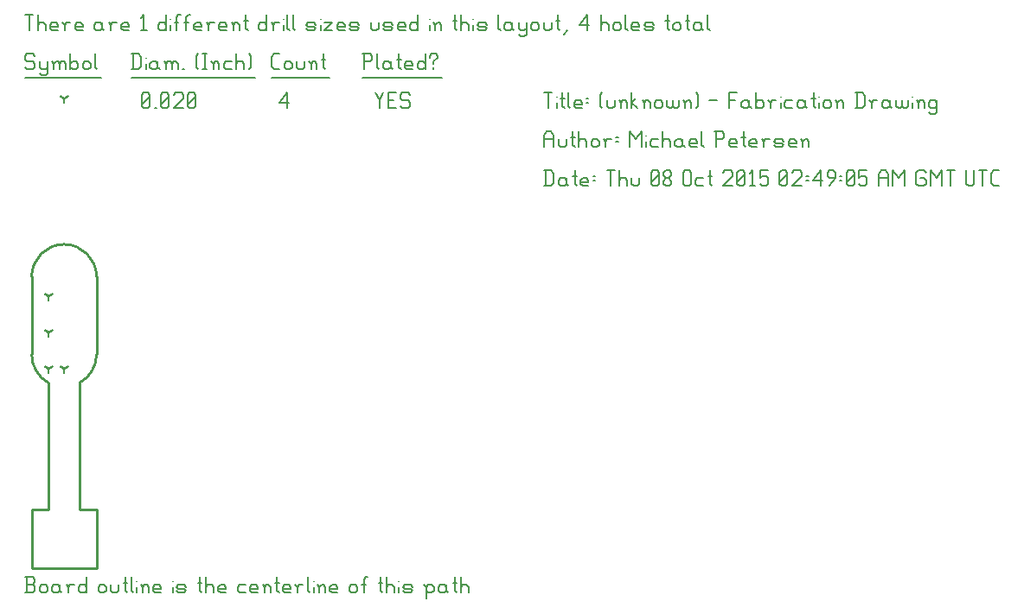
<source format=gbr>
G04 start of page 12 for group -3984 idx -3984 *
G04 Title: (unknown), fab *
G04 Creator: pcb 20110918 *
G04 CreationDate: Thu 08 Oct 2015 02:49:05 AM GMT UTC *
G04 For: railfan *
G04 Format: Gerber/RS-274X *
G04 PCB-Dimensions: 30000 125000 *
G04 PCB-Coordinate-Origin: lower left *
%MOIN*%
%FSLAX25Y25*%
%LNFAB*%
%ADD39C,0.0100*%
%ADD38C,0.0075*%
%ADD37C,0.0060*%
%ADD36C,0.0001*%
%ADD35R,0.0080X0.0080*%
G54D35*X9000Y77000D02*Y75400D01*
G54D36*G36*
X8454Y77147D02*X10533Y78346D01*
X10933Y77653D01*
X8853Y76454D01*
X8454Y77147D01*
G37*
G36*
X9147Y76454D02*X7067Y77653D01*
X7467Y78346D01*
X9546Y77147D01*
X9147Y76454D01*
G37*
G54D35*X9000Y91000D02*Y89400D01*
G54D36*G36*
X8454Y91147D02*X10533Y92346D01*
X10933Y91653D01*
X8853Y90454D01*
X8454Y91147D01*
G37*
G36*
X9147Y90454D02*X7067Y91653D01*
X7467Y92346D01*
X9546Y91147D01*
X9147Y90454D01*
G37*
G54D35*X9000Y105000D02*Y103400D01*
G54D36*G36*
X8454Y105147D02*X10533Y106346D01*
X10933Y105653D01*
X8853Y104454D01*
X8454Y105147D01*
G37*
G36*
X9147Y104454D02*X7067Y105653D01*
X7467Y106346D01*
X9546Y105147D01*
X9147Y104454D01*
G37*
G54D35*X15000Y77000D02*Y75400D01*
G54D36*G36*
X14454Y77147D02*X16533Y78346D01*
X16933Y77653D01*
X14853Y76454D01*
X14454Y77147D01*
G37*
G36*
X15147Y76454D02*X13067Y77653D01*
X13467Y78346D01*
X15546Y77147D01*
X15147Y76454D01*
G37*
G54D35*X15000Y181250D02*Y179650D01*
G54D36*G36*
X14454Y181397D02*X16533Y182596D01*
X16933Y181903D01*
X14853Y180704D01*
X14454Y181397D01*
G37*
G36*
X15147Y180704D02*X13067Y181903D01*
X13467Y182596D01*
X15546Y181397D01*
X15147Y180704D01*
G37*
G54D37*X135000Y183500D02*X136500Y180500D01*
X138000Y183500D01*
X136500Y180500D02*Y177500D01*
X139800Y180800D02*X142050D01*
X139800Y177500D02*X142800D01*
X139800Y183500D02*Y177500D01*
Y183500D02*X142800D01*
X147600D02*X148350Y182750D01*
X145350Y183500D02*X147600D01*
X144600Y182750D02*X145350Y183500D01*
X144600Y182750D02*Y181250D01*
X145350Y180500D01*
X147600D01*
X148350Y179750D01*
Y178250D01*
X147600Y177500D02*X148350Y178250D01*
X145350Y177500D02*X147600D01*
X144600Y178250D02*X145350Y177500D01*
X98000Y179750D02*X101000Y183500D01*
X98000Y179750D02*X101750D01*
X101000Y183500D02*Y177500D01*
X45000Y178250D02*X45750Y177500D01*
X45000Y182750D02*Y178250D01*
Y182750D02*X45750Y183500D01*
X47250D01*
X48000Y182750D01*
Y178250D01*
X47250Y177500D02*X48000Y178250D01*
X45750Y177500D02*X47250D01*
X45000Y179000D02*X48000Y182000D01*
X49800Y177500D02*X50550D01*
X52350Y178250D02*X53100Y177500D01*
X52350Y182750D02*Y178250D01*
Y182750D02*X53100Y183500D01*
X54600D01*
X55350Y182750D01*
Y178250D01*
X54600Y177500D02*X55350Y178250D01*
X53100Y177500D02*X54600D01*
X52350Y179000D02*X55350Y182000D01*
X57150Y182750D02*X57900Y183500D01*
X60150D01*
X60900Y182750D01*
Y181250D01*
X57150Y177500D02*X60900Y181250D01*
X57150Y177500D02*X60900D01*
X62700Y178250D02*X63450Y177500D01*
X62700Y182750D02*Y178250D01*
Y182750D02*X63450Y183500D01*
X64950D01*
X65700Y182750D01*
Y178250D01*
X64950Y177500D02*X65700Y178250D01*
X63450Y177500D02*X64950D01*
X62700Y179000D02*X65700Y182000D01*
X3000Y198500D02*X3750Y197750D01*
X750Y198500D02*X3000D01*
X0Y197750D02*X750Y198500D01*
X0Y197750D02*Y196250D01*
X750Y195500D01*
X3000D01*
X3750Y194750D01*
Y193250D01*
X3000Y192500D02*X3750Y193250D01*
X750Y192500D02*X3000D01*
X0Y193250D02*X750Y192500D01*
X5550Y195500D02*Y193250D01*
X6300Y192500D01*
X8550Y195500D02*Y191000D01*
X7800Y190250D02*X8550Y191000D01*
X6300Y190250D02*X7800D01*
X5550Y191000D02*X6300Y190250D01*
Y192500D02*X7800D01*
X8550Y193250D01*
X11100Y194750D02*Y192500D01*
Y194750D02*X11850Y195500D01*
X12600D01*
X13350Y194750D01*
Y192500D01*
Y194750D02*X14100Y195500D01*
X14850D01*
X15600Y194750D01*
Y192500D01*
X10350Y195500D02*X11100Y194750D01*
X17400Y198500D02*Y192500D01*
Y193250D02*X18150Y192500D01*
X19650D01*
X20400Y193250D01*
Y194750D02*Y193250D01*
X19650Y195500D02*X20400Y194750D01*
X18150Y195500D02*X19650D01*
X17400Y194750D02*X18150Y195500D01*
X22200Y194750D02*Y193250D01*
Y194750D02*X22950Y195500D01*
X24450D01*
X25200Y194750D01*
Y193250D01*
X24450Y192500D02*X25200Y193250D01*
X22950Y192500D02*X24450D01*
X22200Y193250D02*X22950Y192500D01*
X27000Y198500D02*Y193250D01*
X27750Y192500D01*
X0Y189250D02*X29250D01*
X41750Y198500D02*Y192500D01*
X43700Y198500D02*X44750Y197450D01*
Y193550D01*
X43700Y192500D02*X44750Y193550D01*
X41000Y192500D02*X43700D01*
X41000Y198500D02*X43700D01*
G54D38*X46550Y197000D02*Y196850D01*
G54D37*Y194750D02*Y192500D01*
X50300Y195500D02*X51050Y194750D01*
X48800Y195500D02*X50300D01*
X48050Y194750D02*X48800Y195500D01*
X48050Y194750D02*Y193250D01*
X48800Y192500D01*
X51050Y195500D02*Y193250D01*
X51800Y192500D01*
X48800D02*X50300D01*
X51050Y193250D01*
X54350Y194750D02*Y192500D01*
Y194750D02*X55100Y195500D01*
X55850D01*
X56600Y194750D01*
Y192500D01*
Y194750D02*X57350Y195500D01*
X58100D01*
X58850Y194750D01*
Y192500D01*
X53600Y195500D02*X54350Y194750D01*
X60650Y192500D02*X61400D01*
X65900Y193250D02*X66650Y192500D01*
X65900Y197750D02*X66650Y198500D01*
X65900Y197750D02*Y193250D01*
X68450Y198500D02*X69950D01*
X69200D02*Y192500D01*
X68450D02*X69950D01*
X72500Y194750D02*Y192500D01*
Y194750D02*X73250Y195500D01*
X74000D01*
X74750Y194750D01*
Y192500D01*
X71750Y195500D02*X72500Y194750D01*
X77300Y195500D02*X79550D01*
X76550Y194750D02*X77300Y195500D01*
X76550Y194750D02*Y193250D01*
X77300Y192500D01*
X79550D01*
X81350Y198500D02*Y192500D01*
Y194750D02*X82100Y195500D01*
X83600D01*
X84350Y194750D01*
Y192500D01*
X86150Y198500D02*X86900Y197750D01*
Y193250D01*
X86150Y192500D02*X86900Y193250D01*
X41000Y189250D02*X88700D01*
X96050Y192500D02*X98000D01*
X95000Y193550D02*X96050Y192500D01*
X95000Y197450D02*Y193550D01*
Y197450D02*X96050Y198500D01*
X98000D01*
X99800Y194750D02*Y193250D01*
Y194750D02*X100550Y195500D01*
X102050D01*
X102800Y194750D01*
Y193250D01*
X102050Y192500D02*X102800Y193250D01*
X100550Y192500D02*X102050D01*
X99800Y193250D02*X100550Y192500D01*
X104600Y195500D02*Y193250D01*
X105350Y192500D01*
X106850D01*
X107600Y193250D01*
Y195500D02*Y193250D01*
X110150Y194750D02*Y192500D01*
Y194750D02*X110900Y195500D01*
X111650D01*
X112400Y194750D01*
Y192500D01*
X109400Y195500D02*X110150Y194750D01*
X114950Y198500D02*Y193250D01*
X115700Y192500D01*
X114200Y196250D02*X115700D01*
X95000Y189250D02*X117200D01*
X130750Y198500D02*Y192500D01*
X130000Y198500D02*X133000D01*
X133750Y197750D01*
Y196250D01*
X133000Y195500D02*X133750Y196250D01*
X130750Y195500D02*X133000D01*
X135550Y198500D02*Y193250D01*
X136300Y192500D01*
X140050Y195500D02*X140800Y194750D01*
X138550Y195500D02*X140050D01*
X137800Y194750D02*X138550Y195500D01*
X137800Y194750D02*Y193250D01*
X138550Y192500D01*
X140800Y195500D02*Y193250D01*
X141550Y192500D01*
X138550D02*X140050D01*
X140800Y193250D01*
X144100Y198500D02*Y193250D01*
X144850Y192500D01*
X143350Y196250D02*X144850D01*
X147100Y192500D02*X149350D01*
X146350Y193250D02*X147100Y192500D01*
X146350Y194750D02*Y193250D01*
Y194750D02*X147100Y195500D01*
X148600D01*
X149350Y194750D01*
X146350Y194000D02*X149350D01*
Y194750D02*Y194000D01*
X154150Y198500D02*Y192500D01*
X153400D02*X154150Y193250D01*
X151900Y192500D02*X153400D01*
X151150Y193250D02*X151900Y192500D01*
X151150Y194750D02*Y193250D01*
Y194750D02*X151900Y195500D01*
X153400D01*
X154150Y194750D01*
X157450Y195500D02*Y194750D01*
Y193250D02*Y192500D01*
X155950Y197750D02*Y197000D01*
Y197750D02*X156700Y198500D01*
X158200D01*
X158950Y197750D01*
Y197000D01*
X157450Y195500D02*X158950Y197000D01*
X130000Y189250D02*X160750D01*
X0Y213500D02*X3000D01*
X1500D02*Y207500D01*
X4800Y213500D02*Y207500D01*
Y209750D02*X5550Y210500D01*
X7050D01*
X7800Y209750D01*
Y207500D01*
X10350D02*X12600D01*
X9600Y208250D02*X10350Y207500D01*
X9600Y209750D02*Y208250D01*
Y209750D02*X10350Y210500D01*
X11850D01*
X12600Y209750D01*
X9600Y209000D02*X12600D01*
Y209750D02*Y209000D01*
X15150Y209750D02*Y207500D01*
Y209750D02*X15900Y210500D01*
X17400D01*
X14400D02*X15150Y209750D01*
X19950Y207500D02*X22200D01*
X19200Y208250D02*X19950Y207500D01*
X19200Y209750D02*Y208250D01*
Y209750D02*X19950Y210500D01*
X21450D01*
X22200Y209750D01*
X19200Y209000D02*X22200D01*
Y209750D02*Y209000D01*
X28950Y210500D02*X29700Y209750D01*
X27450Y210500D02*X28950D01*
X26700Y209750D02*X27450Y210500D01*
X26700Y209750D02*Y208250D01*
X27450Y207500D01*
X29700Y210500D02*Y208250D01*
X30450Y207500D01*
X27450D02*X28950D01*
X29700Y208250D01*
X33000Y209750D02*Y207500D01*
Y209750D02*X33750Y210500D01*
X35250D01*
X32250D02*X33000Y209750D01*
X37800Y207500D02*X40050D01*
X37050Y208250D02*X37800Y207500D01*
X37050Y209750D02*Y208250D01*
Y209750D02*X37800Y210500D01*
X39300D01*
X40050Y209750D01*
X37050Y209000D02*X40050D01*
Y209750D02*Y209000D01*
X44550Y212300D02*X45750Y213500D01*
Y207500D01*
X44550D02*X46800D01*
X54300Y213500D02*Y207500D01*
X53550D02*X54300Y208250D01*
X52050Y207500D02*X53550D01*
X51300Y208250D02*X52050Y207500D01*
X51300Y209750D02*Y208250D01*
Y209750D02*X52050Y210500D01*
X53550D01*
X54300Y209750D01*
G54D38*X56100Y212000D02*Y211850D01*
G54D37*Y209750D02*Y207500D01*
X58350Y212750D02*Y207500D01*
Y212750D02*X59100Y213500D01*
X59850D01*
X57600Y210500D02*X59100D01*
X62100Y212750D02*Y207500D01*
Y212750D02*X62850Y213500D01*
X63600D01*
X61350Y210500D02*X62850D01*
X65850Y207500D02*X68100D01*
X65100Y208250D02*X65850Y207500D01*
X65100Y209750D02*Y208250D01*
Y209750D02*X65850Y210500D01*
X67350D01*
X68100Y209750D01*
X65100Y209000D02*X68100D01*
Y209750D02*Y209000D01*
X70650Y209750D02*Y207500D01*
Y209750D02*X71400Y210500D01*
X72900D01*
X69900D02*X70650Y209750D01*
X75450Y207500D02*X77700D01*
X74700Y208250D02*X75450Y207500D01*
X74700Y209750D02*Y208250D01*
Y209750D02*X75450Y210500D01*
X76950D01*
X77700Y209750D01*
X74700Y209000D02*X77700D01*
Y209750D02*Y209000D01*
X80250Y209750D02*Y207500D01*
Y209750D02*X81000Y210500D01*
X81750D01*
X82500Y209750D01*
Y207500D01*
X79500Y210500D02*X80250Y209750D01*
X85050Y213500D02*Y208250D01*
X85800Y207500D01*
X84300Y211250D02*X85800D01*
X93000Y213500D02*Y207500D01*
X92250D02*X93000Y208250D01*
X90750Y207500D02*X92250D01*
X90000Y208250D02*X90750Y207500D01*
X90000Y209750D02*Y208250D01*
Y209750D02*X90750Y210500D01*
X92250D01*
X93000Y209750D01*
X95550D02*Y207500D01*
Y209750D02*X96300Y210500D01*
X97800D01*
X94800D02*X95550Y209750D01*
G54D38*X99600Y212000D02*Y211850D01*
G54D37*Y209750D02*Y207500D01*
X101100Y213500D02*Y208250D01*
X101850Y207500D01*
X103350Y213500D02*Y208250D01*
X104100Y207500D01*
X109050D02*X111300D01*
X112050Y208250D01*
X111300Y209000D02*X112050Y208250D01*
X109050Y209000D02*X111300D01*
X108300Y209750D02*X109050Y209000D01*
X108300Y209750D02*X109050Y210500D01*
X111300D01*
X112050Y209750D01*
X108300Y208250D02*X109050Y207500D01*
G54D38*X113850Y212000D02*Y211850D01*
G54D37*Y209750D02*Y207500D01*
X115350Y210500D02*X118350D01*
X115350Y207500D02*X118350Y210500D01*
X115350Y207500D02*X118350D01*
X120900D02*X123150D01*
X120150Y208250D02*X120900Y207500D01*
X120150Y209750D02*Y208250D01*
Y209750D02*X120900Y210500D01*
X122400D01*
X123150Y209750D01*
X120150Y209000D02*X123150D01*
Y209750D02*Y209000D01*
X125700Y207500D02*X127950D01*
X128700Y208250D01*
X127950Y209000D02*X128700Y208250D01*
X125700Y209000D02*X127950D01*
X124950Y209750D02*X125700Y209000D01*
X124950Y209750D02*X125700Y210500D01*
X127950D01*
X128700Y209750D01*
X124950Y208250D02*X125700Y207500D01*
X133200Y210500D02*Y208250D01*
X133950Y207500D01*
X135450D01*
X136200Y208250D01*
Y210500D02*Y208250D01*
X138750Y207500D02*X141000D01*
X141750Y208250D01*
X141000Y209000D02*X141750Y208250D01*
X138750Y209000D02*X141000D01*
X138000Y209750D02*X138750Y209000D01*
X138000Y209750D02*X138750Y210500D01*
X141000D01*
X141750Y209750D01*
X138000Y208250D02*X138750Y207500D01*
X144300D02*X146550D01*
X143550Y208250D02*X144300Y207500D01*
X143550Y209750D02*Y208250D01*
Y209750D02*X144300Y210500D01*
X145800D01*
X146550Y209750D01*
X143550Y209000D02*X146550D01*
Y209750D02*Y209000D01*
X151350Y213500D02*Y207500D01*
X150600D02*X151350Y208250D01*
X149100Y207500D02*X150600D01*
X148350Y208250D02*X149100Y207500D01*
X148350Y209750D02*Y208250D01*
Y209750D02*X149100Y210500D01*
X150600D01*
X151350Y209750D01*
G54D38*X155850Y212000D02*Y211850D01*
G54D37*Y209750D02*Y207500D01*
X158100Y209750D02*Y207500D01*
Y209750D02*X158850Y210500D01*
X159600D01*
X160350Y209750D01*
Y207500D01*
X157350Y210500D02*X158100Y209750D01*
X165600Y213500D02*Y208250D01*
X166350Y207500D01*
X164850Y211250D02*X166350D01*
X167850Y213500D02*Y207500D01*
Y209750D02*X168600Y210500D01*
X170100D01*
X170850Y209750D01*
Y207500D01*
G54D38*X172650Y212000D02*Y211850D01*
G54D37*Y209750D02*Y207500D01*
X174900D02*X177150D01*
X177900Y208250D01*
X177150Y209000D02*X177900Y208250D01*
X174900Y209000D02*X177150D01*
X174150Y209750D02*X174900Y209000D01*
X174150Y209750D02*X174900Y210500D01*
X177150D01*
X177900Y209750D01*
X174150Y208250D02*X174900Y207500D01*
X182400Y213500D02*Y208250D01*
X183150Y207500D01*
X186900Y210500D02*X187650Y209750D01*
X185400Y210500D02*X186900D01*
X184650Y209750D02*X185400Y210500D01*
X184650Y209750D02*Y208250D01*
X185400Y207500D01*
X187650Y210500D02*Y208250D01*
X188400Y207500D01*
X185400D02*X186900D01*
X187650Y208250D01*
X190200Y210500D02*Y208250D01*
X190950Y207500D01*
X193200Y210500D02*Y206000D01*
X192450Y205250D02*X193200Y206000D01*
X190950Y205250D02*X192450D01*
X190200Y206000D02*X190950Y205250D01*
Y207500D02*X192450D01*
X193200Y208250D01*
X195000Y209750D02*Y208250D01*
Y209750D02*X195750Y210500D01*
X197250D01*
X198000Y209750D01*
Y208250D01*
X197250Y207500D02*X198000Y208250D01*
X195750Y207500D02*X197250D01*
X195000Y208250D02*X195750Y207500D01*
X199800Y210500D02*Y208250D01*
X200550Y207500D01*
X202050D01*
X202800Y208250D01*
Y210500D02*Y208250D01*
X205350Y213500D02*Y208250D01*
X206100Y207500D01*
X204600Y211250D02*X206100D01*
X207600Y206000D02*X209100Y207500D01*
X213600Y209750D02*X216600Y213500D01*
X213600Y209750D02*X217350D01*
X216600Y213500D02*Y207500D01*
X221850Y213500D02*Y207500D01*
Y209750D02*X222600Y210500D01*
X224100D01*
X224850Y209750D01*
Y207500D01*
X226650Y209750D02*Y208250D01*
Y209750D02*X227400Y210500D01*
X228900D01*
X229650Y209750D01*
Y208250D01*
X228900Y207500D02*X229650Y208250D01*
X227400Y207500D02*X228900D01*
X226650Y208250D02*X227400Y207500D01*
X231450Y213500D02*Y208250D01*
X232200Y207500D01*
X234450D02*X236700D01*
X233700Y208250D02*X234450Y207500D01*
X233700Y209750D02*Y208250D01*
Y209750D02*X234450Y210500D01*
X235950D01*
X236700Y209750D01*
X233700Y209000D02*X236700D01*
Y209750D02*Y209000D01*
X239250Y207500D02*X241500D01*
X242250Y208250D01*
X241500Y209000D02*X242250Y208250D01*
X239250Y209000D02*X241500D01*
X238500Y209750D02*X239250Y209000D01*
X238500Y209750D02*X239250Y210500D01*
X241500D01*
X242250Y209750D01*
X238500Y208250D02*X239250Y207500D01*
X247500Y213500D02*Y208250D01*
X248250Y207500D01*
X246750Y211250D02*X248250D01*
X249750Y209750D02*Y208250D01*
Y209750D02*X250500Y210500D01*
X252000D01*
X252750Y209750D01*
Y208250D01*
X252000Y207500D02*X252750Y208250D01*
X250500Y207500D02*X252000D01*
X249750Y208250D02*X250500Y207500D01*
X255300Y213500D02*Y208250D01*
X256050Y207500D01*
X254550Y211250D02*X256050D01*
X259800Y210500D02*X260550Y209750D01*
X258300Y210500D02*X259800D01*
X257550Y209750D02*X258300Y210500D01*
X257550Y209750D02*Y208250D01*
X258300Y207500D01*
X260550Y210500D02*Y208250D01*
X261300Y207500D01*
X258300D02*X259800D01*
X260550Y208250D01*
X263100Y213500D02*Y208250D01*
X263850Y207500D01*
G54D39*X2500Y0D02*X27500D01*
Y22500D01*
X2500Y0D02*Y22500D01*
X21000Y71500D02*Y22500D01*
X9000Y71500D02*Y22500D01*
X27500D02*X21000D01*
X2500D02*X9000D01*
X27500Y82500D02*Y112500D01*
X2500D02*Y82500D01*
X15000Y125000D02*G75*G02X27500Y112500I0J-12500D01*G01*
X15000Y125000D02*G75*G03X2500Y112500I0J-12500D01*G01*
X27500Y82500D02*G75*G02X21060Y71567I-12500J0D01*G01*
X2500Y82500D02*G75*G03X8940Y71567I12500J0D01*G01*
G54D37*X0Y-9500D02*X3000D01*
X3750Y-8750D01*
Y-6950D02*Y-8750D01*
X3000Y-6200D02*X3750Y-6950D01*
X750Y-6200D02*X3000D01*
X750Y-3500D02*Y-9500D01*
X0Y-3500D02*X3000D01*
X3750Y-4250D01*
Y-5450D01*
X3000Y-6200D02*X3750Y-5450D01*
X5550Y-7250D02*Y-8750D01*
Y-7250D02*X6300Y-6500D01*
X7800D01*
X8550Y-7250D01*
Y-8750D01*
X7800Y-9500D02*X8550Y-8750D01*
X6300Y-9500D02*X7800D01*
X5550Y-8750D02*X6300Y-9500D01*
X12600Y-6500D02*X13350Y-7250D01*
X11100Y-6500D02*X12600D01*
X10350Y-7250D02*X11100Y-6500D01*
X10350Y-7250D02*Y-8750D01*
X11100Y-9500D01*
X13350Y-6500D02*Y-8750D01*
X14100Y-9500D01*
X11100D02*X12600D01*
X13350Y-8750D01*
X16650Y-7250D02*Y-9500D01*
Y-7250D02*X17400Y-6500D01*
X18900D01*
X15900D02*X16650Y-7250D01*
X23700Y-3500D02*Y-9500D01*
X22950D02*X23700Y-8750D01*
X21450Y-9500D02*X22950D01*
X20700Y-8750D02*X21450Y-9500D01*
X20700Y-7250D02*Y-8750D01*
Y-7250D02*X21450Y-6500D01*
X22950D01*
X23700Y-7250D01*
X28200D02*Y-8750D01*
Y-7250D02*X28950Y-6500D01*
X30450D01*
X31200Y-7250D01*
Y-8750D01*
X30450Y-9500D02*X31200Y-8750D01*
X28950Y-9500D02*X30450D01*
X28200Y-8750D02*X28950Y-9500D01*
X33000Y-6500D02*Y-8750D01*
X33750Y-9500D01*
X35250D01*
X36000Y-8750D01*
Y-6500D02*Y-8750D01*
X38550Y-3500D02*Y-8750D01*
X39300Y-9500D01*
X37800Y-5750D02*X39300D01*
X40800Y-3500D02*Y-8750D01*
X41550Y-9500D01*
G54D38*X43050Y-5000D02*Y-5150D01*
G54D37*Y-7250D02*Y-9500D01*
X45300Y-7250D02*Y-9500D01*
Y-7250D02*X46050Y-6500D01*
X46800D01*
X47550Y-7250D01*
Y-9500D01*
X44550Y-6500D02*X45300Y-7250D01*
X50100Y-9500D02*X52350D01*
X49350Y-8750D02*X50100Y-9500D01*
X49350Y-7250D02*Y-8750D01*
Y-7250D02*X50100Y-6500D01*
X51600D01*
X52350Y-7250D01*
X49350Y-8000D02*X52350D01*
Y-7250D02*Y-8000D01*
G54D38*X56850Y-5000D02*Y-5150D01*
G54D37*Y-7250D02*Y-9500D01*
X59100D02*X61350D01*
X62100Y-8750D01*
X61350Y-8000D02*X62100Y-8750D01*
X59100Y-8000D02*X61350D01*
X58350Y-7250D02*X59100Y-8000D01*
X58350Y-7250D02*X59100Y-6500D01*
X61350D01*
X62100Y-7250D01*
X58350Y-8750D02*X59100Y-9500D01*
X67350Y-3500D02*Y-8750D01*
X68100Y-9500D01*
X66600Y-5750D02*X68100D01*
X69600Y-3500D02*Y-9500D01*
Y-7250D02*X70350Y-6500D01*
X71850D01*
X72600Y-7250D01*
Y-9500D01*
X75150D02*X77400D01*
X74400Y-8750D02*X75150Y-9500D01*
X74400Y-7250D02*Y-8750D01*
Y-7250D02*X75150Y-6500D01*
X76650D01*
X77400Y-7250D01*
X74400Y-8000D02*X77400D01*
Y-7250D02*Y-8000D01*
X82650Y-6500D02*X84900D01*
X81900Y-7250D02*X82650Y-6500D01*
X81900Y-7250D02*Y-8750D01*
X82650Y-9500D01*
X84900D01*
X87450D02*X89700D01*
X86700Y-8750D02*X87450Y-9500D01*
X86700Y-7250D02*Y-8750D01*
Y-7250D02*X87450Y-6500D01*
X88950D01*
X89700Y-7250D01*
X86700Y-8000D02*X89700D01*
Y-7250D02*Y-8000D01*
X92250Y-7250D02*Y-9500D01*
Y-7250D02*X93000Y-6500D01*
X93750D01*
X94500Y-7250D01*
Y-9500D01*
X91500Y-6500D02*X92250Y-7250D01*
X97050Y-3500D02*Y-8750D01*
X97800Y-9500D01*
X96300Y-5750D02*X97800D01*
X100050Y-9500D02*X102300D01*
X99300Y-8750D02*X100050Y-9500D01*
X99300Y-7250D02*Y-8750D01*
Y-7250D02*X100050Y-6500D01*
X101550D01*
X102300Y-7250D01*
X99300Y-8000D02*X102300D01*
Y-7250D02*Y-8000D01*
X104850Y-7250D02*Y-9500D01*
Y-7250D02*X105600Y-6500D01*
X107100D01*
X104100D02*X104850Y-7250D01*
X108900Y-3500D02*Y-8750D01*
X109650Y-9500D01*
G54D38*X111150Y-5000D02*Y-5150D01*
G54D37*Y-7250D02*Y-9500D01*
X113400Y-7250D02*Y-9500D01*
Y-7250D02*X114150Y-6500D01*
X114900D01*
X115650Y-7250D01*
Y-9500D01*
X112650Y-6500D02*X113400Y-7250D01*
X118200Y-9500D02*X120450D01*
X117450Y-8750D02*X118200Y-9500D01*
X117450Y-7250D02*Y-8750D01*
Y-7250D02*X118200Y-6500D01*
X119700D01*
X120450Y-7250D01*
X117450Y-8000D02*X120450D01*
Y-7250D02*Y-8000D01*
X124950Y-7250D02*Y-8750D01*
Y-7250D02*X125700Y-6500D01*
X127200D01*
X127950Y-7250D01*
Y-8750D01*
X127200Y-9500D02*X127950Y-8750D01*
X125700Y-9500D02*X127200D01*
X124950Y-8750D02*X125700Y-9500D01*
X130500Y-4250D02*Y-9500D01*
Y-4250D02*X131250Y-3500D01*
X132000D01*
X129750Y-6500D02*X131250D01*
X136950Y-3500D02*Y-8750D01*
X137700Y-9500D01*
X136200Y-5750D02*X137700D01*
X139200Y-3500D02*Y-9500D01*
Y-7250D02*X139950Y-6500D01*
X141450D01*
X142200Y-7250D01*
Y-9500D01*
G54D38*X144000Y-5000D02*Y-5150D01*
G54D37*Y-7250D02*Y-9500D01*
X146250D02*X148500D01*
X149250Y-8750D01*
X148500Y-8000D02*X149250Y-8750D01*
X146250Y-8000D02*X148500D01*
X145500Y-7250D02*X146250Y-8000D01*
X145500Y-7250D02*X146250Y-6500D01*
X148500D01*
X149250Y-7250D01*
X145500Y-8750D02*X146250Y-9500D01*
X154500Y-7250D02*Y-11750D01*
X153750Y-6500D02*X154500Y-7250D01*
X155250Y-6500D01*
X156750D01*
X157500Y-7250D01*
Y-8750D01*
X156750Y-9500D02*X157500Y-8750D01*
X155250Y-9500D02*X156750D01*
X154500Y-8750D02*X155250Y-9500D01*
X161550Y-6500D02*X162300Y-7250D01*
X160050Y-6500D02*X161550D01*
X159300Y-7250D02*X160050Y-6500D01*
X159300Y-7250D02*Y-8750D01*
X160050Y-9500D01*
X162300Y-6500D02*Y-8750D01*
X163050Y-9500D01*
X160050D02*X161550D01*
X162300Y-8750D01*
X165600Y-3500D02*Y-8750D01*
X166350Y-9500D01*
X164850Y-5750D02*X166350D01*
X167850Y-3500D02*Y-9500D01*
Y-7250D02*X168600Y-6500D01*
X170100D01*
X170850Y-7250D01*
Y-9500D01*
X200750Y153500D02*Y147500D01*
X202700Y153500D02*X203750Y152450D01*
Y148550D01*
X202700Y147500D02*X203750Y148550D01*
X200000Y147500D02*X202700D01*
X200000Y153500D02*X202700D01*
X207800Y150500D02*X208550Y149750D01*
X206300Y150500D02*X207800D01*
X205550Y149750D02*X206300Y150500D01*
X205550Y149750D02*Y148250D01*
X206300Y147500D01*
X208550Y150500D02*Y148250D01*
X209300Y147500D01*
X206300D02*X207800D01*
X208550Y148250D01*
X211850Y153500D02*Y148250D01*
X212600Y147500D01*
X211100Y151250D02*X212600D01*
X214850Y147500D02*X217100D01*
X214100Y148250D02*X214850Y147500D01*
X214100Y149750D02*Y148250D01*
Y149750D02*X214850Y150500D01*
X216350D01*
X217100Y149750D01*
X214100Y149000D02*X217100D01*
Y149750D02*Y149000D01*
X218900Y151250D02*X219650D01*
X218900Y149750D02*X219650D01*
X224150Y153500D02*X227150D01*
X225650D02*Y147500D01*
X228950Y153500D02*Y147500D01*
Y149750D02*X229700Y150500D01*
X231200D01*
X231950Y149750D01*
Y147500D01*
X233750Y150500D02*Y148250D01*
X234500Y147500D01*
X236000D01*
X236750Y148250D01*
Y150500D02*Y148250D01*
X241250D02*X242000Y147500D01*
X241250Y152750D02*Y148250D01*
Y152750D02*X242000Y153500D01*
X243500D01*
X244250Y152750D01*
Y148250D01*
X243500Y147500D02*X244250Y148250D01*
X242000Y147500D02*X243500D01*
X241250Y149000D02*X244250Y152000D01*
X246050Y148250D02*X246800Y147500D01*
X246050Y149450D02*Y148250D01*
Y149450D02*X247100Y150500D01*
X248000D01*
X249050Y149450D01*
Y148250D01*
X248300Y147500D02*X249050Y148250D01*
X246800Y147500D02*X248300D01*
X246050Y151550D02*X247100Y150500D01*
X246050Y152750D02*Y151550D01*
Y152750D02*X246800Y153500D01*
X248300D01*
X249050Y152750D01*
Y151550D01*
X248000Y150500D02*X249050Y151550D01*
X253550Y152750D02*Y148250D01*
Y152750D02*X254300Y153500D01*
X255800D01*
X256550Y152750D01*
Y148250D01*
X255800Y147500D02*X256550Y148250D01*
X254300Y147500D02*X255800D01*
X253550Y148250D02*X254300Y147500D01*
X259100Y150500D02*X261350D01*
X258350Y149750D02*X259100Y150500D01*
X258350Y149750D02*Y148250D01*
X259100Y147500D01*
X261350D01*
X263900Y153500D02*Y148250D01*
X264650Y147500D01*
X263150Y151250D02*X264650D01*
X268850Y152750D02*X269600Y153500D01*
X271850D01*
X272600Y152750D01*
Y151250D01*
X268850Y147500D02*X272600Y151250D01*
X268850Y147500D02*X272600D01*
X274400Y148250D02*X275150Y147500D01*
X274400Y152750D02*Y148250D01*
Y152750D02*X275150Y153500D01*
X276650D01*
X277400Y152750D01*
Y148250D01*
X276650Y147500D02*X277400Y148250D01*
X275150Y147500D02*X276650D01*
X274400Y149000D02*X277400Y152000D01*
X279200Y152300D02*X280400Y153500D01*
Y147500D01*
X279200D02*X281450D01*
X283250Y153500D02*X286250D01*
X283250D02*Y150500D01*
X284000Y151250D01*
X285500D01*
X286250Y150500D01*
Y148250D01*
X285500Y147500D02*X286250Y148250D01*
X284000Y147500D02*X285500D01*
X283250Y148250D02*X284000Y147500D01*
X290750Y148250D02*X291500Y147500D01*
X290750Y152750D02*Y148250D01*
Y152750D02*X291500Y153500D01*
X293000D01*
X293750Y152750D01*
Y148250D01*
X293000Y147500D02*X293750Y148250D01*
X291500Y147500D02*X293000D01*
X290750Y149000D02*X293750Y152000D01*
X295550Y152750D02*X296300Y153500D01*
X298550D01*
X299300Y152750D01*
Y151250D01*
X295550Y147500D02*X299300Y151250D01*
X295550Y147500D02*X299300D01*
X301100Y151250D02*X301850D01*
X301100Y149750D02*X301850D01*
X303650D02*X306650Y153500D01*
X303650Y149750D02*X307400D01*
X306650Y153500D02*Y147500D01*
X309950D02*X312200Y150500D01*
Y152750D02*Y150500D01*
X311450Y153500D02*X312200Y152750D01*
X309950Y153500D02*X311450D01*
X309200Y152750D02*X309950Y153500D01*
X309200Y152750D02*Y151250D01*
X309950Y150500D01*
X312200D01*
X314000Y151250D02*X314750D01*
X314000Y149750D02*X314750D01*
X316550Y148250D02*X317300Y147500D01*
X316550Y152750D02*Y148250D01*
Y152750D02*X317300Y153500D01*
X318800D01*
X319550Y152750D01*
Y148250D01*
X318800Y147500D02*X319550Y148250D01*
X317300Y147500D02*X318800D01*
X316550Y149000D02*X319550Y152000D01*
X321350Y153500D02*X324350D01*
X321350D02*Y150500D01*
X322100Y151250D01*
X323600D01*
X324350Y150500D01*
Y148250D01*
X323600Y147500D02*X324350Y148250D01*
X322100Y147500D02*X323600D01*
X321350Y148250D02*X322100Y147500D01*
X328850Y152000D02*Y147500D01*
Y152000D02*X329900Y153500D01*
X331550D01*
X332600Y152000D01*
Y147500D01*
X328850Y150500D02*X332600D01*
X334400Y153500D02*Y147500D01*
Y153500D02*X336650Y150500D01*
X338900Y153500D01*
Y147500D01*
X346400Y153500D02*X347150Y152750D01*
X344150Y153500D02*X346400D01*
X343400Y152750D02*X344150Y153500D01*
X343400Y152750D02*Y148250D01*
X344150Y147500D01*
X346400D01*
X347150Y148250D01*
Y149750D02*Y148250D01*
X346400Y150500D02*X347150Y149750D01*
X344900Y150500D02*X346400D01*
X348950Y153500D02*Y147500D01*
Y153500D02*X351200Y150500D01*
X353450Y153500D01*
Y147500D01*
X355250Y153500D02*X358250D01*
X356750D02*Y147500D01*
X362750Y153500D02*Y148250D01*
X363500Y147500D01*
X365000D01*
X365750Y148250D01*
Y153500D02*Y148250D01*
X367550Y153500D02*X370550D01*
X369050D02*Y147500D01*
X373400D02*X375350D01*
X372350Y148550D02*X373400Y147500D01*
X372350Y152450D02*Y148550D01*
Y152450D02*X373400Y153500D01*
X375350D01*
X200000Y167000D02*Y162500D01*
Y167000D02*X201050Y168500D01*
X202700D01*
X203750Y167000D01*
Y162500D01*
X200000Y165500D02*X203750D01*
X205550D02*Y163250D01*
X206300Y162500D01*
X207800D01*
X208550Y163250D01*
Y165500D02*Y163250D01*
X211100Y168500D02*Y163250D01*
X211850Y162500D01*
X210350Y166250D02*X211850D01*
X213350Y168500D02*Y162500D01*
Y164750D02*X214100Y165500D01*
X215600D01*
X216350Y164750D01*
Y162500D01*
X218150Y164750D02*Y163250D01*
Y164750D02*X218900Y165500D01*
X220400D01*
X221150Y164750D01*
Y163250D01*
X220400Y162500D02*X221150Y163250D01*
X218900Y162500D02*X220400D01*
X218150Y163250D02*X218900Y162500D01*
X223700Y164750D02*Y162500D01*
Y164750D02*X224450Y165500D01*
X225950D01*
X222950D02*X223700Y164750D01*
X227750Y166250D02*X228500D01*
X227750Y164750D02*X228500D01*
X233000Y168500D02*Y162500D01*
Y168500D02*X235250Y165500D01*
X237500Y168500D01*
Y162500D01*
G54D38*X239300Y167000D02*Y166850D01*
G54D37*Y164750D02*Y162500D01*
X241550Y165500D02*X243800D01*
X240800Y164750D02*X241550Y165500D01*
X240800Y164750D02*Y163250D01*
X241550Y162500D01*
X243800D01*
X245600Y168500D02*Y162500D01*
Y164750D02*X246350Y165500D01*
X247850D01*
X248600Y164750D01*
Y162500D01*
X252650Y165500D02*X253400Y164750D01*
X251150Y165500D02*X252650D01*
X250400Y164750D02*X251150Y165500D01*
X250400Y164750D02*Y163250D01*
X251150Y162500D01*
X253400Y165500D02*Y163250D01*
X254150Y162500D01*
X251150D02*X252650D01*
X253400Y163250D01*
X256700Y162500D02*X258950D01*
X255950Y163250D02*X256700Y162500D01*
X255950Y164750D02*Y163250D01*
Y164750D02*X256700Y165500D01*
X258200D01*
X258950Y164750D01*
X255950Y164000D02*X258950D01*
Y164750D02*Y164000D01*
X260750Y168500D02*Y163250D01*
X261500Y162500D01*
X266450Y168500D02*Y162500D01*
X265700Y168500D02*X268700D01*
X269450Y167750D01*
Y166250D01*
X268700Y165500D02*X269450Y166250D01*
X266450Y165500D02*X268700D01*
X272000Y162500D02*X274250D01*
X271250Y163250D02*X272000Y162500D01*
X271250Y164750D02*Y163250D01*
Y164750D02*X272000Y165500D01*
X273500D01*
X274250Y164750D01*
X271250Y164000D02*X274250D01*
Y164750D02*Y164000D01*
X276800Y168500D02*Y163250D01*
X277550Y162500D01*
X276050Y166250D02*X277550D01*
X279800Y162500D02*X282050D01*
X279050Y163250D02*X279800Y162500D01*
X279050Y164750D02*Y163250D01*
Y164750D02*X279800Y165500D01*
X281300D01*
X282050Y164750D01*
X279050Y164000D02*X282050D01*
Y164750D02*Y164000D01*
X284600Y164750D02*Y162500D01*
Y164750D02*X285350Y165500D01*
X286850D01*
X283850D02*X284600Y164750D01*
X289400Y162500D02*X291650D01*
X292400Y163250D01*
X291650Y164000D02*X292400Y163250D01*
X289400Y164000D02*X291650D01*
X288650Y164750D02*X289400Y164000D01*
X288650Y164750D02*X289400Y165500D01*
X291650D01*
X292400Y164750D01*
X288650Y163250D02*X289400Y162500D01*
X294950D02*X297200D01*
X294200Y163250D02*X294950Y162500D01*
X294200Y164750D02*Y163250D01*
Y164750D02*X294950Y165500D01*
X296450D01*
X297200Y164750D01*
X294200Y164000D02*X297200D01*
Y164750D02*Y164000D01*
X299750Y164750D02*Y162500D01*
Y164750D02*X300500Y165500D01*
X301250D01*
X302000Y164750D01*
Y162500D01*
X299000Y165500D02*X299750Y164750D01*
X200000Y183500D02*X203000D01*
X201500D02*Y177500D01*
G54D38*X204800Y182000D02*Y181850D01*
G54D37*Y179750D02*Y177500D01*
X207050Y183500D02*Y178250D01*
X207800Y177500D01*
X206300Y181250D02*X207800D01*
X209300Y183500D02*Y178250D01*
X210050Y177500D01*
X212300D02*X214550D01*
X211550Y178250D02*X212300Y177500D01*
X211550Y179750D02*Y178250D01*
Y179750D02*X212300Y180500D01*
X213800D01*
X214550Y179750D01*
X211550Y179000D02*X214550D01*
Y179750D02*Y179000D01*
X216350Y181250D02*X217100D01*
X216350Y179750D02*X217100D01*
X221600Y178250D02*X222350Y177500D01*
X221600Y182750D02*X222350Y183500D01*
X221600Y182750D02*Y178250D01*
X224150Y180500D02*Y178250D01*
X224900Y177500D01*
X226400D01*
X227150Y178250D01*
Y180500D02*Y178250D01*
X229700Y179750D02*Y177500D01*
Y179750D02*X230450Y180500D01*
X231200D01*
X231950Y179750D01*
Y177500D01*
X228950Y180500D02*X229700Y179750D01*
X233750Y183500D02*Y177500D01*
Y179750D02*X236000Y177500D01*
X233750Y179750D02*X235250Y181250D01*
X238550Y179750D02*Y177500D01*
Y179750D02*X239300Y180500D01*
X240050D01*
X240800Y179750D01*
Y177500D01*
X237800Y180500D02*X238550Y179750D01*
X242600D02*Y178250D01*
Y179750D02*X243350Y180500D01*
X244850D01*
X245600Y179750D01*
Y178250D01*
X244850Y177500D02*X245600Y178250D01*
X243350Y177500D02*X244850D01*
X242600Y178250D02*X243350Y177500D01*
X247400Y180500D02*Y178250D01*
X248150Y177500D01*
X248900D01*
X249650Y178250D01*
Y180500D02*Y178250D01*
X250400Y177500D01*
X251150D01*
X251900Y178250D01*
Y180500D02*Y178250D01*
X254450Y179750D02*Y177500D01*
Y179750D02*X255200Y180500D01*
X255950D01*
X256700Y179750D01*
Y177500D01*
X253700Y180500D02*X254450Y179750D01*
X258500Y183500D02*X259250Y182750D01*
Y178250D01*
X258500Y177500D02*X259250Y178250D01*
X263750Y180500D02*X266750D01*
X271250Y183500D02*Y177500D01*
Y183500D02*X274250D01*
X271250Y180800D02*X273500D01*
X278300Y180500D02*X279050Y179750D01*
X276800Y180500D02*X278300D01*
X276050Y179750D02*X276800Y180500D01*
X276050Y179750D02*Y178250D01*
X276800Y177500D01*
X279050Y180500D02*Y178250D01*
X279800Y177500D01*
X276800D02*X278300D01*
X279050Y178250D01*
X281600Y183500D02*Y177500D01*
Y178250D02*X282350Y177500D01*
X283850D01*
X284600Y178250D01*
Y179750D02*Y178250D01*
X283850Y180500D02*X284600Y179750D01*
X282350Y180500D02*X283850D01*
X281600Y179750D02*X282350Y180500D01*
X287150Y179750D02*Y177500D01*
Y179750D02*X287900Y180500D01*
X289400D01*
X286400D02*X287150Y179750D01*
G54D38*X291200Y182000D02*Y181850D01*
G54D37*Y179750D02*Y177500D01*
X293450Y180500D02*X295700D01*
X292700Y179750D02*X293450Y180500D01*
X292700Y179750D02*Y178250D01*
X293450Y177500D01*
X295700D01*
X299750Y180500D02*X300500Y179750D01*
X298250Y180500D02*X299750D01*
X297500Y179750D02*X298250Y180500D01*
X297500Y179750D02*Y178250D01*
X298250Y177500D01*
X300500Y180500D02*Y178250D01*
X301250Y177500D01*
X298250D02*X299750D01*
X300500Y178250D01*
X303800Y183500D02*Y178250D01*
X304550Y177500D01*
X303050Y181250D02*X304550D01*
G54D38*X306050Y182000D02*Y181850D01*
G54D37*Y179750D02*Y177500D01*
X307550Y179750D02*Y178250D01*
Y179750D02*X308300Y180500D01*
X309800D01*
X310550Y179750D01*
Y178250D01*
X309800Y177500D02*X310550Y178250D01*
X308300Y177500D02*X309800D01*
X307550Y178250D02*X308300Y177500D01*
X313100Y179750D02*Y177500D01*
Y179750D02*X313850Y180500D01*
X314600D01*
X315350Y179750D01*
Y177500D01*
X312350Y180500D02*X313100Y179750D01*
X320600Y183500D02*Y177500D01*
X322550Y183500D02*X323600Y182450D01*
Y178550D01*
X322550Y177500D02*X323600Y178550D01*
X319850Y177500D02*X322550D01*
X319850Y183500D02*X322550D01*
X326150Y179750D02*Y177500D01*
Y179750D02*X326900Y180500D01*
X328400D01*
X325400D02*X326150Y179750D01*
X332450Y180500D02*X333200Y179750D01*
X330950Y180500D02*X332450D01*
X330200Y179750D02*X330950Y180500D01*
X330200Y179750D02*Y178250D01*
X330950Y177500D01*
X333200Y180500D02*Y178250D01*
X333950Y177500D01*
X330950D02*X332450D01*
X333200Y178250D01*
X335750Y180500D02*Y178250D01*
X336500Y177500D01*
X337250D01*
X338000Y178250D01*
Y180500D02*Y178250D01*
X338750Y177500D01*
X339500D01*
X340250Y178250D01*
Y180500D02*Y178250D01*
G54D38*X342050Y182000D02*Y181850D01*
G54D37*Y179750D02*Y177500D01*
X344300Y179750D02*Y177500D01*
Y179750D02*X345050Y180500D01*
X345800D01*
X346550Y179750D01*
Y177500D01*
X343550Y180500D02*X344300Y179750D01*
X350600Y180500D02*X351350Y179750D01*
X349100Y180500D02*X350600D01*
X348350Y179750D02*X349100Y180500D01*
X348350Y179750D02*Y178250D01*
X349100Y177500D01*
X350600D01*
X351350Y178250D01*
X348350Y176000D02*X349100Y175250D01*
X350600D01*
X351350Y176000D01*
Y180500D02*Y176000D01*
M02*

</source>
